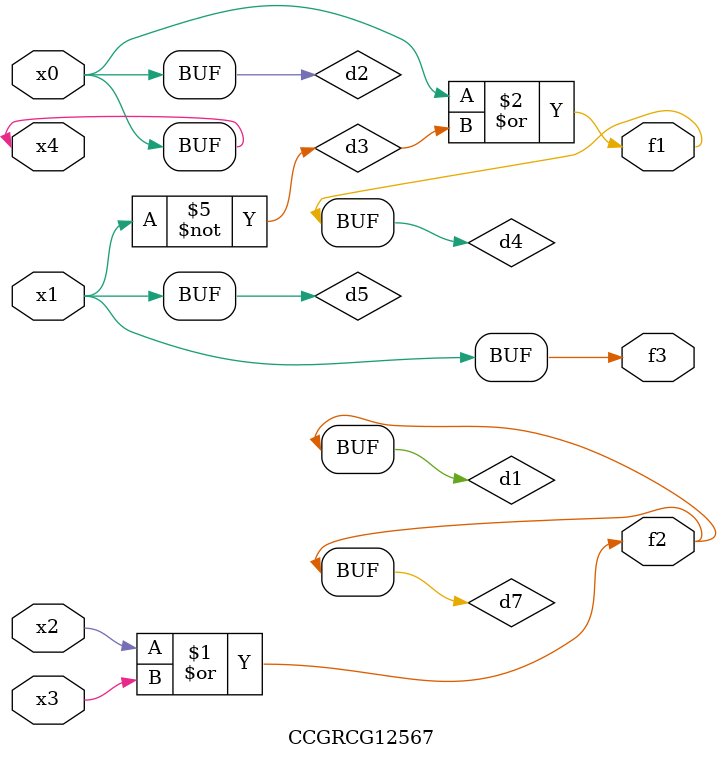
<source format=v>
module CCGRCG12567(
	input x0, x1, x2, x3, x4,
	output f1, f2, f3
);

	wire d1, d2, d3, d4, d5, d6, d7;

	or (d1, x2, x3);
	buf (d2, x0, x4);
	not (d3, x1);
	or (d4, d2, d3);
	not (d5, d3);
	nand (d6, d1, d3);
	or (d7, d1);
	assign f1 = d4;
	assign f2 = d7;
	assign f3 = d5;
endmodule

</source>
